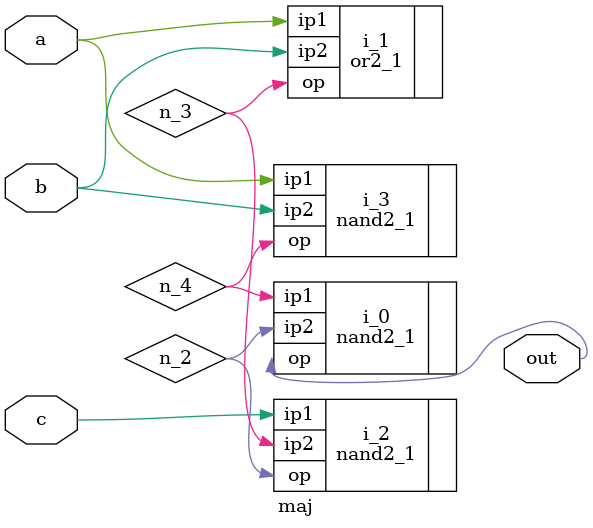
<source format=v>


// Restrictions concerning the use of Ambit BuildGates are covered in the
// license agreement.  Distribution to third party EDA vendors is
// strictly prohibited.

module maj(out, a, b, c);

	output out;
	input a;
	input b;
	input c;




	or2_1 i_1(.ip1(a), .ip2(b), .op(n_3));
	nand2_1 i_2(.ip1(c), .ip2(n_3), .op(n_2));
	nand2_1 i_3(.ip1(a), .ip2(b), .op(n_4));
	nand2_1 i_0(.ip1(n_4), .ip2(n_2), .op(out));
endmodule

</source>
